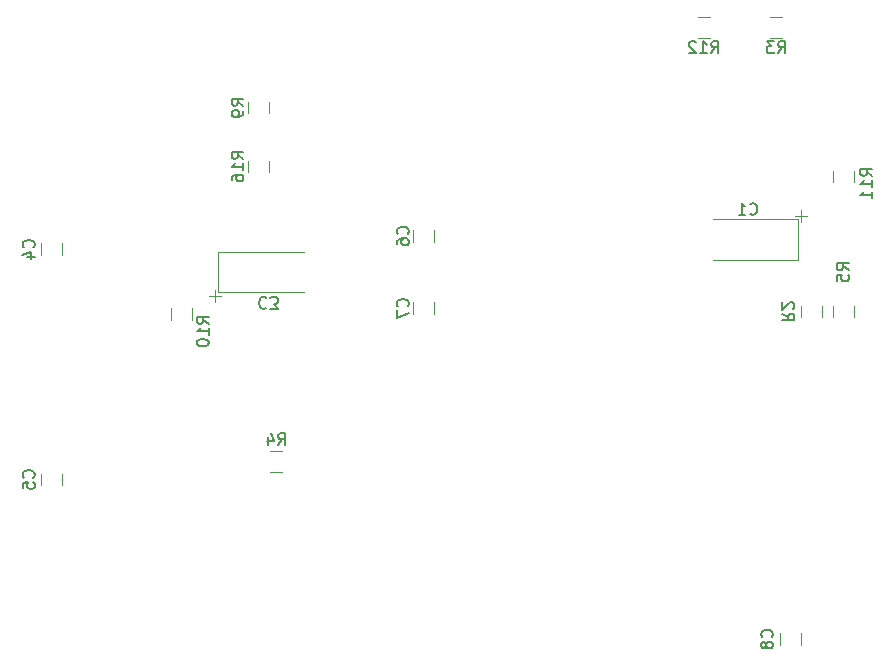
<source format=gbr>
%TF.GenerationSoftware,KiCad,Pcbnew,9.0.2+dfsg-1*%
%TF.CreationDate,2025-12-26T17:01:31-05:00*%
%TF.ProjectId,polyphloisboisterous030,706f6c79-7068-46c6-9f69-73626f697374,rev?*%
%TF.SameCoordinates,Original*%
%TF.FileFunction,Legend,Bot*%
%TF.FilePolarity,Positive*%
%FSLAX46Y46*%
G04 Gerber Fmt 4.6, Leading zero omitted, Abs format (unit mm)*
G04 Created by KiCad (PCBNEW 9.0.2+dfsg-1) date 2025-12-26 17:01:31*
%MOMM*%
%LPD*%
G01*
G04 APERTURE LIST*
%ADD10C,0.150000*%
%ADD11C,0.120000*%
%ADD12C,0.100000*%
%ADD13C,1.400000*%
%ADD14R,1.300000X1.300000*%
%ADD15C,1.300000*%
%ADD16R,1.500000X2.400000*%
%ADD17O,1.500000X2.400000*%
%ADD18R,1.325000X1.800000*%
%ADD19R,2.500000X2.350000*%
%ADD20R,1.800000X1.325000*%
G04 APERTURE END LIST*
D10*
X169830357Y-32454819D02*
X170163690Y-31978628D01*
X170401785Y-32454819D02*
X170401785Y-31454819D01*
X170401785Y-31454819D02*
X170020833Y-31454819D01*
X170020833Y-31454819D02*
X169925595Y-31502438D01*
X169925595Y-31502438D02*
X169877976Y-31550057D01*
X169877976Y-31550057D02*
X169830357Y-31645295D01*
X169830357Y-31645295D02*
X169830357Y-31788152D01*
X169830357Y-31788152D02*
X169877976Y-31883390D01*
X169877976Y-31883390D02*
X169925595Y-31931009D01*
X169925595Y-31931009D02*
X170020833Y-31978628D01*
X170020833Y-31978628D02*
X170401785Y-31978628D01*
X168877976Y-32454819D02*
X169449404Y-32454819D01*
X169163690Y-32454819D02*
X169163690Y-31454819D01*
X169163690Y-31454819D02*
X169258928Y-31597676D01*
X169258928Y-31597676D02*
X169354166Y-31692914D01*
X169354166Y-31692914D02*
X169449404Y-31740533D01*
X168497023Y-31550057D02*
X168449404Y-31502438D01*
X168449404Y-31502438D02*
X168354166Y-31454819D01*
X168354166Y-31454819D02*
X168116071Y-31454819D01*
X168116071Y-31454819D02*
X168020833Y-31502438D01*
X168020833Y-31502438D02*
X167973214Y-31550057D01*
X167973214Y-31550057D02*
X167925595Y-31645295D01*
X167925595Y-31645295D02*
X167925595Y-31740533D01*
X167925595Y-31740533D02*
X167973214Y-31883390D01*
X167973214Y-31883390D02*
X168544642Y-32454819D01*
X168544642Y-32454819D02*
X167925595Y-32454819D01*
X173097666Y-46059580D02*
X173145285Y-46107200D01*
X173145285Y-46107200D02*
X173288142Y-46154819D01*
X173288142Y-46154819D02*
X173383380Y-46154819D01*
X173383380Y-46154819D02*
X173526237Y-46107200D01*
X173526237Y-46107200D02*
X173621475Y-46011961D01*
X173621475Y-46011961D02*
X173669094Y-45916723D01*
X173669094Y-45916723D02*
X173716713Y-45726247D01*
X173716713Y-45726247D02*
X173716713Y-45583390D01*
X173716713Y-45583390D02*
X173669094Y-45392914D01*
X173669094Y-45392914D02*
X173621475Y-45297676D01*
X173621475Y-45297676D02*
X173526237Y-45202438D01*
X173526237Y-45202438D02*
X173383380Y-45154819D01*
X173383380Y-45154819D02*
X173288142Y-45154819D01*
X173288142Y-45154819D02*
X173145285Y-45202438D01*
X173145285Y-45202438D02*
X173097666Y-45250057D01*
X172145285Y-46154819D02*
X172716713Y-46154819D01*
X172430999Y-46154819D02*
X172430999Y-45154819D01*
X172430999Y-45154819D02*
X172526237Y-45297676D01*
X172526237Y-45297676D02*
X172621475Y-45392914D01*
X172621475Y-45392914D02*
X172716713Y-45440533D01*
X174933580Y-81895833D02*
X174981200Y-81848214D01*
X174981200Y-81848214D02*
X175028819Y-81705357D01*
X175028819Y-81705357D02*
X175028819Y-81610119D01*
X175028819Y-81610119D02*
X174981200Y-81467262D01*
X174981200Y-81467262D02*
X174885961Y-81372024D01*
X174885961Y-81372024D02*
X174790723Y-81324405D01*
X174790723Y-81324405D02*
X174600247Y-81276786D01*
X174600247Y-81276786D02*
X174457390Y-81276786D01*
X174457390Y-81276786D02*
X174266914Y-81324405D01*
X174266914Y-81324405D02*
X174171676Y-81372024D01*
X174171676Y-81372024D02*
X174076438Y-81467262D01*
X174076438Y-81467262D02*
X174028819Y-81610119D01*
X174028819Y-81610119D02*
X174028819Y-81705357D01*
X174028819Y-81705357D02*
X174076438Y-81848214D01*
X174076438Y-81848214D02*
X174124057Y-81895833D01*
X174457390Y-82467262D02*
X174409771Y-82372024D01*
X174409771Y-82372024D02*
X174362152Y-82324405D01*
X174362152Y-82324405D02*
X174266914Y-82276786D01*
X174266914Y-82276786D02*
X174219295Y-82276786D01*
X174219295Y-82276786D02*
X174124057Y-82324405D01*
X174124057Y-82324405D02*
X174076438Y-82372024D01*
X174076438Y-82372024D02*
X174028819Y-82467262D01*
X174028819Y-82467262D02*
X174028819Y-82657738D01*
X174028819Y-82657738D02*
X174076438Y-82752976D01*
X174076438Y-82752976D02*
X174124057Y-82800595D01*
X174124057Y-82800595D02*
X174219295Y-82848214D01*
X174219295Y-82848214D02*
X174266914Y-82848214D01*
X174266914Y-82848214D02*
X174362152Y-82800595D01*
X174362152Y-82800595D02*
X174409771Y-82752976D01*
X174409771Y-82752976D02*
X174457390Y-82657738D01*
X174457390Y-82657738D02*
X174457390Y-82467262D01*
X174457390Y-82467262D02*
X174505009Y-82372024D01*
X174505009Y-82372024D02*
X174552628Y-82324405D01*
X174552628Y-82324405D02*
X174647866Y-82276786D01*
X174647866Y-82276786D02*
X174838342Y-82276786D01*
X174838342Y-82276786D02*
X174933580Y-82324405D01*
X174933580Y-82324405D02*
X174981200Y-82372024D01*
X174981200Y-82372024D02*
X175028819Y-82467262D01*
X175028819Y-82467262D02*
X175028819Y-82657738D01*
X175028819Y-82657738D02*
X174981200Y-82752976D01*
X174981200Y-82752976D02*
X174933580Y-82800595D01*
X174933580Y-82800595D02*
X174838342Y-82848214D01*
X174838342Y-82848214D02*
X174647866Y-82848214D01*
X174647866Y-82848214D02*
X174552628Y-82800595D01*
X174552628Y-82800595D02*
X174505009Y-82752976D01*
X174505009Y-82752976D02*
X174457390Y-82657738D01*
X112433580Y-48895833D02*
X112481200Y-48848214D01*
X112481200Y-48848214D02*
X112528819Y-48705357D01*
X112528819Y-48705357D02*
X112528819Y-48610119D01*
X112528819Y-48610119D02*
X112481200Y-48467262D01*
X112481200Y-48467262D02*
X112385961Y-48372024D01*
X112385961Y-48372024D02*
X112290723Y-48324405D01*
X112290723Y-48324405D02*
X112100247Y-48276786D01*
X112100247Y-48276786D02*
X111957390Y-48276786D01*
X111957390Y-48276786D02*
X111766914Y-48324405D01*
X111766914Y-48324405D02*
X111671676Y-48372024D01*
X111671676Y-48372024D02*
X111576438Y-48467262D01*
X111576438Y-48467262D02*
X111528819Y-48610119D01*
X111528819Y-48610119D02*
X111528819Y-48705357D01*
X111528819Y-48705357D02*
X111576438Y-48848214D01*
X111576438Y-48848214D02*
X111624057Y-48895833D01*
X111862152Y-49752976D02*
X112528819Y-49752976D01*
X111481200Y-49514881D02*
X112195485Y-49276786D01*
X112195485Y-49276786D02*
X112195485Y-49895833D01*
X127274819Y-55357142D02*
X126798628Y-55023809D01*
X127274819Y-54785714D02*
X126274819Y-54785714D01*
X126274819Y-54785714D02*
X126274819Y-55166666D01*
X126274819Y-55166666D02*
X126322438Y-55261904D01*
X126322438Y-55261904D02*
X126370057Y-55309523D01*
X126370057Y-55309523D02*
X126465295Y-55357142D01*
X126465295Y-55357142D02*
X126608152Y-55357142D01*
X126608152Y-55357142D02*
X126703390Y-55309523D01*
X126703390Y-55309523D02*
X126751009Y-55261904D01*
X126751009Y-55261904D02*
X126798628Y-55166666D01*
X126798628Y-55166666D02*
X126798628Y-54785714D01*
X127274819Y-56309523D02*
X127274819Y-55738095D01*
X127274819Y-56023809D02*
X126274819Y-56023809D01*
X126274819Y-56023809D02*
X126417676Y-55928571D01*
X126417676Y-55928571D02*
X126512914Y-55833333D01*
X126512914Y-55833333D02*
X126560533Y-55738095D01*
X126274819Y-56928571D02*
X126274819Y-57023809D01*
X126274819Y-57023809D02*
X126322438Y-57119047D01*
X126322438Y-57119047D02*
X126370057Y-57166666D01*
X126370057Y-57166666D02*
X126465295Y-57214285D01*
X126465295Y-57214285D02*
X126655771Y-57261904D01*
X126655771Y-57261904D02*
X126893866Y-57261904D01*
X126893866Y-57261904D02*
X127084342Y-57214285D01*
X127084342Y-57214285D02*
X127179580Y-57166666D01*
X127179580Y-57166666D02*
X127227200Y-57119047D01*
X127227200Y-57119047D02*
X127274819Y-57023809D01*
X127274819Y-57023809D02*
X127274819Y-56928571D01*
X127274819Y-56928571D02*
X127227200Y-56833333D01*
X127227200Y-56833333D02*
X127179580Y-56785714D01*
X127179580Y-56785714D02*
X127084342Y-56738095D01*
X127084342Y-56738095D02*
X126893866Y-56690476D01*
X126893866Y-56690476D02*
X126655771Y-56690476D01*
X126655771Y-56690476D02*
X126465295Y-56738095D01*
X126465295Y-56738095D02*
X126370057Y-56785714D01*
X126370057Y-56785714D02*
X126322438Y-56833333D01*
X126322438Y-56833333D02*
X126274819Y-56928571D01*
X144109580Y-53895833D02*
X144157200Y-53848214D01*
X144157200Y-53848214D02*
X144204819Y-53705357D01*
X144204819Y-53705357D02*
X144204819Y-53610119D01*
X144204819Y-53610119D02*
X144157200Y-53467262D01*
X144157200Y-53467262D02*
X144061961Y-53372024D01*
X144061961Y-53372024D02*
X143966723Y-53324405D01*
X143966723Y-53324405D02*
X143776247Y-53276786D01*
X143776247Y-53276786D02*
X143633390Y-53276786D01*
X143633390Y-53276786D02*
X143442914Y-53324405D01*
X143442914Y-53324405D02*
X143347676Y-53372024D01*
X143347676Y-53372024D02*
X143252438Y-53467262D01*
X143252438Y-53467262D02*
X143204819Y-53610119D01*
X143204819Y-53610119D02*
X143204819Y-53705357D01*
X143204819Y-53705357D02*
X143252438Y-53848214D01*
X143252438Y-53848214D02*
X143300057Y-53895833D01*
X143204819Y-54229167D02*
X143204819Y-54895833D01*
X143204819Y-54895833D02*
X144204819Y-54467262D01*
X130204819Y-41419642D02*
X129728628Y-41086309D01*
X130204819Y-40848214D02*
X129204819Y-40848214D01*
X129204819Y-40848214D02*
X129204819Y-41229166D01*
X129204819Y-41229166D02*
X129252438Y-41324404D01*
X129252438Y-41324404D02*
X129300057Y-41372023D01*
X129300057Y-41372023D02*
X129395295Y-41419642D01*
X129395295Y-41419642D02*
X129538152Y-41419642D01*
X129538152Y-41419642D02*
X129633390Y-41372023D01*
X129633390Y-41372023D02*
X129681009Y-41324404D01*
X129681009Y-41324404D02*
X129728628Y-41229166D01*
X129728628Y-41229166D02*
X129728628Y-40848214D01*
X130204819Y-42372023D02*
X130204819Y-41800595D01*
X130204819Y-42086309D02*
X129204819Y-42086309D01*
X129204819Y-42086309D02*
X129347676Y-41991071D01*
X129347676Y-41991071D02*
X129442914Y-41895833D01*
X129442914Y-41895833D02*
X129490533Y-41800595D01*
X129204819Y-43229166D02*
X129204819Y-43038690D01*
X129204819Y-43038690D02*
X129252438Y-42943452D01*
X129252438Y-42943452D02*
X129300057Y-42895833D01*
X129300057Y-42895833D02*
X129442914Y-42800595D01*
X129442914Y-42800595D02*
X129633390Y-42752976D01*
X129633390Y-42752976D02*
X130014342Y-42752976D01*
X130014342Y-42752976D02*
X130109580Y-42800595D01*
X130109580Y-42800595D02*
X130157200Y-42848214D01*
X130157200Y-42848214D02*
X130204819Y-42943452D01*
X130204819Y-42943452D02*
X130204819Y-43133928D01*
X130204819Y-43133928D02*
X130157200Y-43229166D01*
X130157200Y-43229166D02*
X130109580Y-43276785D01*
X130109580Y-43276785D02*
X130014342Y-43324404D01*
X130014342Y-43324404D02*
X129776247Y-43324404D01*
X129776247Y-43324404D02*
X129681009Y-43276785D01*
X129681009Y-43276785D02*
X129633390Y-43229166D01*
X129633390Y-43229166D02*
X129585771Y-43133928D01*
X129585771Y-43133928D02*
X129585771Y-42943452D01*
X129585771Y-42943452D02*
X129633390Y-42848214D01*
X129633390Y-42848214D02*
X129681009Y-42800595D01*
X129681009Y-42800595D02*
X129776247Y-42752976D01*
X175479166Y-32454819D02*
X175812499Y-31978628D01*
X176050594Y-32454819D02*
X176050594Y-31454819D01*
X176050594Y-31454819D02*
X175669642Y-31454819D01*
X175669642Y-31454819D02*
X175574404Y-31502438D01*
X175574404Y-31502438D02*
X175526785Y-31550057D01*
X175526785Y-31550057D02*
X175479166Y-31645295D01*
X175479166Y-31645295D02*
X175479166Y-31788152D01*
X175479166Y-31788152D02*
X175526785Y-31883390D01*
X175526785Y-31883390D02*
X175574404Y-31931009D01*
X175574404Y-31931009D02*
X175669642Y-31978628D01*
X175669642Y-31978628D02*
X176050594Y-31978628D01*
X175145832Y-31454819D02*
X174526785Y-31454819D01*
X174526785Y-31454819D02*
X174860118Y-31835771D01*
X174860118Y-31835771D02*
X174717261Y-31835771D01*
X174717261Y-31835771D02*
X174622023Y-31883390D01*
X174622023Y-31883390D02*
X174574404Y-31931009D01*
X174574404Y-31931009D02*
X174526785Y-32026247D01*
X174526785Y-32026247D02*
X174526785Y-32264342D01*
X174526785Y-32264342D02*
X174574404Y-32359580D01*
X174574404Y-32359580D02*
X174622023Y-32407200D01*
X174622023Y-32407200D02*
X174717261Y-32454819D01*
X174717261Y-32454819D02*
X175002975Y-32454819D01*
X175002975Y-32454819D02*
X175098213Y-32407200D01*
X175098213Y-32407200D02*
X175145832Y-32359580D01*
X112433580Y-68395833D02*
X112481200Y-68348214D01*
X112481200Y-68348214D02*
X112528819Y-68205357D01*
X112528819Y-68205357D02*
X112528819Y-68110119D01*
X112528819Y-68110119D02*
X112481200Y-67967262D01*
X112481200Y-67967262D02*
X112385961Y-67872024D01*
X112385961Y-67872024D02*
X112290723Y-67824405D01*
X112290723Y-67824405D02*
X112100247Y-67776786D01*
X112100247Y-67776786D02*
X111957390Y-67776786D01*
X111957390Y-67776786D02*
X111766914Y-67824405D01*
X111766914Y-67824405D02*
X111671676Y-67872024D01*
X111671676Y-67872024D02*
X111576438Y-67967262D01*
X111576438Y-67967262D02*
X111528819Y-68110119D01*
X111528819Y-68110119D02*
X111528819Y-68205357D01*
X111528819Y-68205357D02*
X111576438Y-68348214D01*
X111576438Y-68348214D02*
X111624057Y-68395833D01*
X111528819Y-69300595D02*
X111528819Y-68824405D01*
X111528819Y-68824405D02*
X112005009Y-68776786D01*
X112005009Y-68776786D02*
X111957390Y-68824405D01*
X111957390Y-68824405D02*
X111909771Y-68919643D01*
X111909771Y-68919643D02*
X111909771Y-69157738D01*
X111909771Y-69157738D02*
X111957390Y-69252976D01*
X111957390Y-69252976D02*
X112005009Y-69300595D01*
X112005009Y-69300595D02*
X112100247Y-69348214D01*
X112100247Y-69348214D02*
X112338342Y-69348214D01*
X112338342Y-69348214D02*
X112433580Y-69300595D01*
X112433580Y-69300595D02*
X112481200Y-69252976D01*
X112481200Y-69252976D02*
X112528819Y-69157738D01*
X112528819Y-69157738D02*
X112528819Y-68919643D01*
X112528819Y-68919643D02*
X112481200Y-68824405D01*
X112481200Y-68824405D02*
X112433580Y-68776786D01*
X132152333Y-53190419D02*
X132104714Y-53142800D01*
X132104714Y-53142800D02*
X131961857Y-53095180D01*
X131961857Y-53095180D02*
X131866619Y-53095180D01*
X131866619Y-53095180D02*
X131723762Y-53142800D01*
X131723762Y-53142800D02*
X131628524Y-53238038D01*
X131628524Y-53238038D02*
X131580905Y-53333276D01*
X131580905Y-53333276D02*
X131533286Y-53523752D01*
X131533286Y-53523752D02*
X131533286Y-53666609D01*
X131533286Y-53666609D02*
X131580905Y-53857085D01*
X131580905Y-53857085D02*
X131628524Y-53952323D01*
X131628524Y-53952323D02*
X131723762Y-54047561D01*
X131723762Y-54047561D02*
X131866619Y-54095180D01*
X131866619Y-54095180D02*
X131961857Y-54095180D01*
X131961857Y-54095180D02*
X132104714Y-54047561D01*
X132104714Y-54047561D02*
X132152333Y-53999942D01*
X132485667Y-54095180D02*
X133104714Y-54095180D01*
X133104714Y-54095180D02*
X132771381Y-53714228D01*
X132771381Y-53714228D02*
X132914238Y-53714228D01*
X132914238Y-53714228D02*
X133009476Y-53666609D01*
X133009476Y-53666609D02*
X133057095Y-53618990D01*
X133057095Y-53618990D02*
X133104714Y-53523752D01*
X133104714Y-53523752D02*
X133104714Y-53285657D01*
X133104714Y-53285657D02*
X133057095Y-53190419D01*
X133057095Y-53190419D02*
X133009476Y-53142800D01*
X133009476Y-53142800D02*
X132914238Y-53095180D01*
X132914238Y-53095180D02*
X132628524Y-53095180D01*
X132628524Y-53095180D02*
X132533286Y-53142800D01*
X132533286Y-53142800D02*
X132485667Y-53190419D01*
X181454819Y-50833333D02*
X180978628Y-50500000D01*
X181454819Y-50261905D02*
X180454819Y-50261905D01*
X180454819Y-50261905D02*
X180454819Y-50642857D01*
X180454819Y-50642857D02*
X180502438Y-50738095D01*
X180502438Y-50738095D02*
X180550057Y-50785714D01*
X180550057Y-50785714D02*
X180645295Y-50833333D01*
X180645295Y-50833333D02*
X180788152Y-50833333D01*
X180788152Y-50833333D02*
X180883390Y-50785714D01*
X180883390Y-50785714D02*
X180931009Y-50738095D01*
X180931009Y-50738095D02*
X180978628Y-50642857D01*
X180978628Y-50642857D02*
X180978628Y-50261905D01*
X180454819Y-51738095D02*
X180454819Y-51261905D01*
X180454819Y-51261905D02*
X180931009Y-51214286D01*
X180931009Y-51214286D02*
X180883390Y-51261905D01*
X180883390Y-51261905D02*
X180835771Y-51357143D01*
X180835771Y-51357143D02*
X180835771Y-51595238D01*
X180835771Y-51595238D02*
X180883390Y-51690476D01*
X180883390Y-51690476D02*
X180931009Y-51738095D01*
X180931009Y-51738095D02*
X181026247Y-51785714D01*
X181026247Y-51785714D02*
X181264342Y-51785714D01*
X181264342Y-51785714D02*
X181359580Y-51738095D01*
X181359580Y-51738095D02*
X181407200Y-51690476D01*
X181407200Y-51690476D02*
X181454819Y-51595238D01*
X181454819Y-51595238D02*
X181454819Y-51357143D01*
X181454819Y-51357143D02*
X181407200Y-51261905D01*
X181407200Y-51261905D02*
X181359580Y-51214286D01*
X183454819Y-42857142D02*
X182978628Y-42523809D01*
X183454819Y-42285714D02*
X182454819Y-42285714D01*
X182454819Y-42285714D02*
X182454819Y-42666666D01*
X182454819Y-42666666D02*
X182502438Y-42761904D01*
X182502438Y-42761904D02*
X182550057Y-42809523D01*
X182550057Y-42809523D02*
X182645295Y-42857142D01*
X182645295Y-42857142D02*
X182788152Y-42857142D01*
X182788152Y-42857142D02*
X182883390Y-42809523D01*
X182883390Y-42809523D02*
X182931009Y-42761904D01*
X182931009Y-42761904D02*
X182978628Y-42666666D01*
X182978628Y-42666666D02*
X182978628Y-42285714D01*
X183454819Y-43809523D02*
X183454819Y-43238095D01*
X183454819Y-43523809D02*
X182454819Y-43523809D01*
X182454819Y-43523809D02*
X182597676Y-43428571D01*
X182597676Y-43428571D02*
X182692914Y-43333333D01*
X182692914Y-43333333D02*
X182740533Y-43238095D01*
X183454819Y-44761904D02*
X183454819Y-44190476D01*
X183454819Y-44476190D02*
X182454819Y-44476190D01*
X182454819Y-44476190D02*
X182597676Y-44380952D01*
X182597676Y-44380952D02*
X182692914Y-44285714D01*
X182692914Y-44285714D02*
X182740533Y-44190476D01*
X130204819Y-36895833D02*
X129728628Y-36562500D01*
X130204819Y-36324405D02*
X129204819Y-36324405D01*
X129204819Y-36324405D02*
X129204819Y-36705357D01*
X129204819Y-36705357D02*
X129252438Y-36800595D01*
X129252438Y-36800595D02*
X129300057Y-36848214D01*
X129300057Y-36848214D02*
X129395295Y-36895833D01*
X129395295Y-36895833D02*
X129538152Y-36895833D01*
X129538152Y-36895833D02*
X129633390Y-36848214D01*
X129633390Y-36848214D02*
X129681009Y-36800595D01*
X129681009Y-36800595D02*
X129728628Y-36705357D01*
X129728628Y-36705357D02*
X129728628Y-36324405D01*
X130204819Y-37372024D02*
X130204819Y-37562500D01*
X130204819Y-37562500D02*
X130157200Y-37657738D01*
X130157200Y-37657738D02*
X130109580Y-37705357D01*
X130109580Y-37705357D02*
X129966723Y-37800595D01*
X129966723Y-37800595D02*
X129776247Y-37848214D01*
X129776247Y-37848214D02*
X129395295Y-37848214D01*
X129395295Y-37848214D02*
X129300057Y-37800595D01*
X129300057Y-37800595D02*
X129252438Y-37752976D01*
X129252438Y-37752976D02*
X129204819Y-37657738D01*
X129204819Y-37657738D02*
X129204819Y-37467262D01*
X129204819Y-37467262D02*
X129252438Y-37372024D01*
X129252438Y-37372024D02*
X129300057Y-37324405D01*
X129300057Y-37324405D02*
X129395295Y-37276786D01*
X129395295Y-37276786D02*
X129633390Y-37276786D01*
X129633390Y-37276786D02*
X129728628Y-37324405D01*
X129728628Y-37324405D02*
X129776247Y-37372024D01*
X129776247Y-37372024D02*
X129823866Y-37467262D01*
X129823866Y-37467262D02*
X129823866Y-37657738D01*
X129823866Y-37657738D02*
X129776247Y-37752976D01*
X129776247Y-37752976D02*
X129728628Y-37800595D01*
X129728628Y-37800595D02*
X129633390Y-37848214D01*
X175845180Y-54504166D02*
X176321371Y-54837499D01*
X175845180Y-55075594D02*
X176845180Y-55075594D01*
X176845180Y-55075594D02*
X176845180Y-54694642D01*
X176845180Y-54694642D02*
X176797561Y-54599404D01*
X176797561Y-54599404D02*
X176749942Y-54551785D01*
X176749942Y-54551785D02*
X176654704Y-54504166D01*
X176654704Y-54504166D02*
X176511847Y-54504166D01*
X176511847Y-54504166D02*
X176416609Y-54551785D01*
X176416609Y-54551785D02*
X176368990Y-54599404D01*
X176368990Y-54599404D02*
X176321371Y-54694642D01*
X176321371Y-54694642D02*
X176321371Y-55075594D01*
X176749942Y-54123213D02*
X176797561Y-54075594D01*
X176797561Y-54075594D02*
X176845180Y-53980356D01*
X176845180Y-53980356D02*
X176845180Y-53742261D01*
X176845180Y-53742261D02*
X176797561Y-53647023D01*
X176797561Y-53647023D02*
X176749942Y-53599404D01*
X176749942Y-53599404D02*
X176654704Y-53551785D01*
X176654704Y-53551785D02*
X176559466Y-53551785D01*
X176559466Y-53551785D02*
X176416609Y-53599404D01*
X176416609Y-53599404D02*
X175845180Y-54170832D01*
X175845180Y-54170832D02*
X175845180Y-53551785D01*
X133166666Y-65634819D02*
X133499999Y-65158628D01*
X133738094Y-65634819D02*
X133738094Y-64634819D01*
X133738094Y-64634819D02*
X133357142Y-64634819D01*
X133357142Y-64634819D02*
X133261904Y-64682438D01*
X133261904Y-64682438D02*
X133214285Y-64730057D01*
X133214285Y-64730057D02*
X133166666Y-64825295D01*
X133166666Y-64825295D02*
X133166666Y-64968152D01*
X133166666Y-64968152D02*
X133214285Y-65063390D01*
X133214285Y-65063390D02*
X133261904Y-65111009D01*
X133261904Y-65111009D02*
X133357142Y-65158628D01*
X133357142Y-65158628D02*
X133738094Y-65158628D01*
X132309523Y-64968152D02*
X132309523Y-65634819D01*
X132547618Y-64587200D02*
X132785713Y-65301485D01*
X132785713Y-65301485D02*
X132166666Y-65301485D01*
X144109580Y-47770833D02*
X144157200Y-47723214D01*
X144157200Y-47723214D02*
X144204819Y-47580357D01*
X144204819Y-47580357D02*
X144204819Y-47485119D01*
X144204819Y-47485119D02*
X144157200Y-47342262D01*
X144157200Y-47342262D02*
X144061961Y-47247024D01*
X144061961Y-47247024D02*
X143966723Y-47199405D01*
X143966723Y-47199405D02*
X143776247Y-47151786D01*
X143776247Y-47151786D02*
X143633390Y-47151786D01*
X143633390Y-47151786D02*
X143442914Y-47199405D01*
X143442914Y-47199405D02*
X143347676Y-47247024D01*
X143347676Y-47247024D02*
X143252438Y-47342262D01*
X143252438Y-47342262D02*
X143204819Y-47485119D01*
X143204819Y-47485119D02*
X143204819Y-47580357D01*
X143204819Y-47580357D02*
X143252438Y-47723214D01*
X143252438Y-47723214D02*
X143300057Y-47770833D01*
X143204819Y-48627976D02*
X143204819Y-48437500D01*
X143204819Y-48437500D02*
X143252438Y-48342262D01*
X143252438Y-48342262D02*
X143300057Y-48294643D01*
X143300057Y-48294643D02*
X143442914Y-48199405D01*
X143442914Y-48199405D02*
X143633390Y-48151786D01*
X143633390Y-48151786D02*
X144014342Y-48151786D01*
X144014342Y-48151786D02*
X144109580Y-48199405D01*
X144109580Y-48199405D02*
X144157200Y-48247024D01*
X144157200Y-48247024D02*
X144204819Y-48342262D01*
X144204819Y-48342262D02*
X144204819Y-48532738D01*
X144204819Y-48532738D02*
X144157200Y-48627976D01*
X144157200Y-48627976D02*
X144109580Y-48675595D01*
X144109580Y-48675595D02*
X144014342Y-48723214D01*
X144014342Y-48723214D02*
X143776247Y-48723214D01*
X143776247Y-48723214D02*
X143681009Y-48675595D01*
X143681009Y-48675595D02*
X143633390Y-48627976D01*
X143633390Y-48627976D02*
X143585771Y-48532738D01*
X143585771Y-48532738D02*
X143585771Y-48342262D01*
X143585771Y-48342262D02*
X143633390Y-48247024D01*
X143633390Y-48247024D02*
X143681009Y-48199405D01*
X143681009Y-48199405D02*
X143776247Y-48151786D01*
D11*
%TO.C,R12*%
X168687500Y-29361000D02*
X169687500Y-29361000D01*
X168687500Y-31139000D02*
X169687500Y-31139000D01*
%TO.C,C1*%
X169931000Y-46540000D02*
X177181000Y-46540000D01*
X177181000Y-46540000D02*
X177181000Y-49960000D01*
X177181000Y-49960000D02*
X169931000Y-49960000D01*
D12*
X177431000Y-45750000D02*
X177431000Y-46750000D01*
X177931000Y-46250000D02*
X176931000Y-46250000D01*
D11*
%TO.C,C8*%
X175611000Y-81562500D02*
X175611000Y-82562500D01*
X177389000Y-81562500D02*
X177389000Y-82562500D01*
%TO.C,C4*%
X113111000Y-48562500D02*
X113111000Y-49562500D01*
X114889000Y-48562500D02*
X114889000Y-49562500D01*
%TO.C,R10*%
X124111000Y-55062500D02*
X124111000Y-54062500D01*
X125889000Y-55062500D02*
X125889000Y-54062500D01*
%TO.C,C7*%
X144611000Y-54562500D02*
X144611000Y-53562500D01*
X146389000Y-54562500D02*
X146389000Y-53562500D01*
%TO.C,R16*%
X130611000Y-42562500D02*
X130611000Y-41562500D01*
X132389000Y-42562500D02*
X132389000Y-41562500D01*
%TO.C,R3*%
X175812500Y-29361000D02*
X174812500Y-29361000D01*
X175812500Y-31139000D02*
X174812500Y-31139000D01*
%TO.C,C5*%
X113111000Y-68062500D02*
X113111000Y-69062500D01*
X114889000Y-68062500D02*
X114889000Y-69062500D01*
D12*
%TO.C,C3*%
X127819000Y-53500000D02*
X127819000Y-52500000D01*
D11*
X128069000Y-49290000D02*
X135319000Y-49290000D01*
X128069000Y-52710000D02*
X128069000Y-49290000D01*
D12*
X128319000Y-53000000D02*
X127319000Y-53000000D01*
D11*
X135319000Y-52710000D02*
X128069000Y-52710000D01*
%TO.C,R5*%
X180111000Y-54837500D02*
X180111000Y-53837500D01*
X181889000Y-54837500D02*
X181889000Y-53837500D01*
%TO.C,R11*%
X180111000Y-42400000D02*
X180111000Y-43400000D01*
X181889000Y-42400000D02*
X181889000Y-43400000D01*
%TO.C,R9*%
X130611000Y-36562500D02*
X130611000Y-37562500D01*
X132389000Y-36562500D02*
X132389000Y-37562500D01*
%TO.C,R2*%
X177411000Y-54837500D02*
X177411000Y-53837500D01*
X179189000Y-54837500D02*
X179189000Y-53837500D01*
%TO.C,R4*%
X133500000Y-66111000D02*
X132500000Y-66111000D01*
X133500000Y-67889000D02*
X132500000Y-67889000D01*
%TO.C,C6*%
X144611000Y-47437500D02*
X144611000Y-48437500D01*
X146389000Y-47437500D02*
X146389000Y-48437500D01*
%TD*%
%LPC*%
D13*
%TO.C,U1*%
X160760000Y-63980000D03*
X160760000Y-61440000D03*
X160760000Y-58900000D03*
X160760000Y-56360000D03*
X160760000Y-53820000D03*
X160760000Y-51280000D03*
X160760000Y-48740000D03*
X160760000Y-46200000D03*
X160760000Y-43660000D03*
X160760000Y-41120000D03*
X160760000Y-38580000D03*
X160760000Y-36040000D03*
X160760000Y-33500000D03*
X163300000Y-63980000D03*
X163300000Y-61440000D03*
X163300000Y-58900000D03*
X163300000Y-56360000D03*
X163300000Y-53820000D03*
X163300000Y-51280000D03*
X163300000Y-48740000D03*
X163300000Y-46200000D03*
X163300000Y-43660000D03*
X163300000Y-41120000D03*
X163300000Y-38580000D03*
X163300000Y-36040000D03*
X163300000Y-33500000D03*
X165840000Y-63980000D03*
X165840000Y-61440000D03*
X165840000Y-58900000D03*
X165840000Y-56360000D03*
X165840000Y-53820000D03*
X165840000Y-51280000D03*
X165840000Y-48740000D03*
X165840000Y-46200000D03*
X165840000Y-43660000D03*
X165840000Y-41120000D03*
X165840000Y-38580000D03*
X165840000Y-36040000D03*
X165840000Y-33500000D03*
X168380000Y-63980000D03*
X168380000Y-61440000D03*
X168380000Y-58900000D03*
X168380000Y-56360000D03*
X168380000Y-53820000D03*
X168380000Y-41120000D03*
X168380000Y-38580000D03*
X168380000Y-36040000D03*
X168380000Y-33500000D03*
X170920000Y-63980000D03*
X170920000Y-61440000D03*
X170920000Y-58900000D03*
X170920000Y-38580000D03*
X170920000Y-36040000D03*
X170920000Y-33500000D03*
X173460000Y-63980000D03*
X173460000Y-61440000D03*
X173460000Y-58900000D03*
X173460000Y-56360000D03*
X173460000Y-41120000D03*
X173460000Y-38580000D03*
X173460000Y-36040000D03*
X173460000Y-33500000D03*
X176000000Y-63980000D03*
X176000000Y-61440000D03*
X176000000Y-58900000D03*
X176000000Y-38580000D03*
X176000000Y-36040000D03*
X176000000Y-33500000D03*
X178540000Y-63980000D03*
X178540000Y-61440000D03*
X178540000Y-58900000D03*
X178540000Y-38580000D03*
X178540000Y-36040000D03*
X178540000Y-33500000D03*
X181080000Y-63980000D03*
X181080000Y-61440000D03*
X181080000Y-58900000D03*
X181080000Y-38580000D03*
X181080000Y-36040000D03*
X181080000Y-33500000D03*
X183620000Y-63980000D03*
X183620000Y-61440000D03*
X183620000Y-58900000D03*
X183620000Y-56360000D03*
X183620000Y-53820000D03*
X183620000Y-41120000D03*
X183620000Y-38580000D03*
X183620000Y-36040000D03*
X183620000Y-33500000D03*
X186160000Y-63980000D03*
X186160000Y-61440000D03*
X186160000Y-58900000D03*
X186160000Y-56360000D03*
X186160000Y-53820000D03*
X186160000Y-51280000D03*
X186160000Y-48740000D03*
X186160000Y-46200000D03*
X186160000Y-43660000D03*
X186160000Y-41120000D03*
X186160000Y-38580000D03*
X186160000Y-36040000D03*
X186160000Y-33500000D03*
X188700000Y-63980000D03*
X188700000Y-61440000D03*
X188700000Y-58900000D03*
X188700000Y-56360000D03*
X188700000Y-53820000D03*
X188700000Y-51280000D03*
X188700000Y-48740000D03*
X188700000Y-46200000D03*
X188700000Y-43660000D03*
X188700000Y-41120000D03*
X188700000Y-38580000D03*
X188700000Y-36040000D03*
X188700000Y-33500000D03*
X191240000Y-63980000D03*
X191240000Y-61440000D03*
X191240000Y-58900000D03*
X191240000Y-56360000D03*
X191240000Y-53820000D03*
X191240000Y-51280000D03*
X191240000Y-48740000D03*
X191240000Y-46200000D03*
X191240000Y-43660000D03*
X191240000Y-41120000D03*
X191240000Y-38580000D03*
X191240000Y-36040000D03*
X191240000Y-33500000D03*
%TD*%
D14*
%TO.C,U7*%
X119960000Y-46500000D03*
D15*
X119960000Y-43960000D03*
X122500000Y-46500000D03*
X125040000Y-43960000D03*
X122500000Y-43960000D03*
X125040000Y-41420000D03*
X122500000Y-41420000D03*
X125040000Y-38880000D03*
X122500000Y-36340000D03*
X122500000Y-38880000D03*
X119960000Y-36340000D03*
X119960000Y-38880000D03*
X117420000Y-36340000D03*
X114880000Y-38880000D03*
X117420000Y-38880000D03*
X114880000Y-41420000D03*
X117420000Y-41420000D03*
X114880000Y-43960000D03*
X117420000Y-46500000D03*
X117420000Y-43960000D03*
%TD*%
D14*
%TO.C,U5*%
X166960000Y-81500000D03*
D15*
X166960000Y-84040000D03*
X164420000Y-81500000D03*
X161880000Y-84040000D03*
X164420000Y-84040000D03*
X161880000Y-86580000D03*
X164420000Y-86580000D03*
X161880000Y-89120000D03*
X164420000Y-91660000D03*
X164420000Y-89120000D03*
X166960000Y-91660000D03*
X166960000Y-89120000D03*
X169500000Y-91660000D03*
X172040000Y-89120000D03*
X169500000Y-89120000D03*
X172040000Y-86580000D03*
X169500000Y-86580000D03*
X172040000Y-84040000D03*
X169500000Y-81500000D03*
X169500000Y-84040000D03*
%TD*%
D14*
%TO.C,U4*%
X139540000Y-56000000D03*
D15*
X139540000Y-58540000D03*
X137000000Y-56000000D03*
X134460000Y-58540000D03*
X137000000Y-58540000D03*
X134460000Y-61080000D03*
X137000000Y-61080000D03*
X134460000Y-63620000D03*
X137000000Y-66160000D03*
X137000000Y-63620000D03*
X139540000Y-66160000D03*
X139540000Y-63620000D03*
X142080000Y-66160000D03*
X144620000Y-63620000D03*
X142080000Y-63620000D03*
X144620000Y-61080000D03*
X142080000Y-61080000D03*
X144620000Y-58540000D03*
X142080000Y-56000000D03*
X142080000Y-58540000D03*
%TD*%
D14*
%TO.C,U3*%
X144620000Y-41080000D03*
D15*
X142080000Y-41080000D03*
X144620000Y-38540000D03*
X142080000Y-36000000D03*
X142080000Y-38540000D03*
X139540000Y-36000000D03*
X139540000Y-38540000D03*
X137000000Y-36000000D03*
X134460000Y-38540000D03*
X137000000Y-38540000D03*
X134460000Y-41080000D03*
X137000000Y-41080000D03*
X134460000Y-43620000D03*
X137000000Y-46160000D03*
X137000000Y-43620000D03*
X139540000Y-46160000D03*
X139540000Y-43620000D03*
X142080000Y-46160000D03*
X144620000Y-43620000D03*
X142080000Y-43620000D03*
%TD*%
D14*
%TO.C,U6*%
X119920000Y-66080000D03*
D15*
X119920000Y-63540000D03*
X122460000Y-66080000D03*
X125000000Y-63540000D03*
X122460000Y-63540000D03*
X125000000Y-61000000D03*
X122460000Y-61000000D03*
X125000000Y-58460000D03*
X122460000Y-55920000D03*
X122460000Y-58460000D03*
X119920000Y-55920000D03*
X119920000Y-58460000D03*
X117380000Y-55920000D03*
X114840000Y-58460000D03*
X117380000Y-58460000D03*
X114840000Y-61000000D03*
X117380000Y-61000000D03*
X114840000Y-63540000D03*
X117380000Y-66080000D03*
X117380000Y-63540000D03*
%TD*%
D16*
%TO.C,IC1*%
X191740000Y-75000000D03*
D17*
X189200000Y-75000000D03*
X186660000Y-75000000D03*
X184120000Y-75000000D03*
X181580000Y-75000000D03*
X179040000Y-75000000D03*
X176500000Y-75000000D03*
X173960000Y-75000000D03*
X171420000Y-75000000D03*
X168880000Y-75000000D03*
X166340000Y-75000000D03*
X163800000Y-75000000D03*
X161260000Y-75000000D03*
X158720000Y-75000000D03*
X156180000Y-75000000D03*
X153640000Y-75000000D03*
X151100000Y-75000000D03*
X148560000Y-75000000D03*
X146020000Y-75000000D03*
X143480000Y-75000000D03*
X140940000Y-75000000D03*
X138400000Y-75000000D03*
X135860000Y-75000000D03*
X133320000Y-75000000D03*
X130780000Y-75000000D03*
X128240000Y-75000000D03*
X125700000Y-75000000D03*
X123160000Y-75000000D03*
X120620000Y-75000000D03*
X118080000Y-75000000D03*
X115540000Y-75000000D03*
X113000000Y-75000000D03*
X113000000Y-97860000D03*
X115540000Y-97860000D03*
X118080000Y-97860000D03*
X120620000Y-97860000D03*
X123160000Y-97860000D03*
X125700000Y-97860000D03*
X128240000Y-97860000D03*
X130780000Y-97860000D03*
X133320000Y-97860000D03*
X135860000Y-97860000D03*
X138400000Y-97860000D03*
X140940000Y-97860000D03*
X143480000Y-97860000D03*
X146020000Y-97860000D03*
X148560000Y-97860000D03*
X151100000Y-97860000D03*
X153640000Y-97860000D03*
X156180000Y-97860000D03*
X158720000Y-97860000D03*
X161260000Y-97860000D03*
X163800000Y-97860000D03*
X166340000Y-97860000D03*
X168880000Y-97860000D03*
X171420000Y-97860000D03*
X173960000Y-97860000D03*
X176500000Y-97860000D03*
X179040000Y-97860000D03*
X181580000Y-97860000D03*
X184120000Y-97860000D03*
X186660000Y-97860000D03*
X189200000Y-97860000D03*
X191740000Y-97860000D03*
%TD*%
D18*
%TO.C,R12*%
X167625000Y-30250000D03*
X170750000Y-30250000D03*
%TD*%
D19*
%TO.C,C1*%
X175612000Y-48250000D03*
X170250000Y-48250000D03*
%TD*%
D20*
%TO.C,C8*%
X176500000Y-80500000D03*
X176500000Y-83625000D03*
%TD*%
%TO.C,C4*%
X114000000Y-47500000D03*
X114000000Y-50625000D03*
%TD*%
%TO.C,R10*%
X125000000Y-56125000D03*
X125000000Y-53000000D03*
%TD*%
%TO.C,C7*%
X145500000Y-55625000D03*
X145500000Y-52500000D03*
%TD*%
%TO.C,R16*%
X131500000Y-43625000D03*
X131500000Y-40500000D03*
%TD*%
D18*
%TO.C,R3*%
X176875000Y-30250000D03*
X173750000Y-30250000D03*
%TD*%
D20*
%TO.C,C5*%
X114000000Y-67000000D03*
X114000000Y-70125000D03*
%TD*%
D19*
%TO.C,C3*%
X129638000Y-51000000D03*
X135000000Y-51000000D03*
%TD*%
D20*
%TO.C,R5*%
X181000000Y-55900000D03*
X181000000Y-52775000D03*
%TD*%
%TO.C,R11*%
X181000000Y-41337500D03*
X181000000Y-44462500D03*
%TD*%
%TO.C,R9*%
X131500000Y-35500000D03*
X131500000Y-38625000D03*
%TD*%
%TO.C,R2*%
X178300000Y-55900000D03*
X178300000Y-52775000D03*
%TD*%
D18*
%TO.C,R4*%
X134562500Y-67000000D03*
X131437500Y-67000000D03*
%TD*%
D20*
%TO.C,C6*%
X145500000Y-46375000D03*
X145500000Y-49500000D03*
%TD*%
%LPD*%
M02*

</source>
